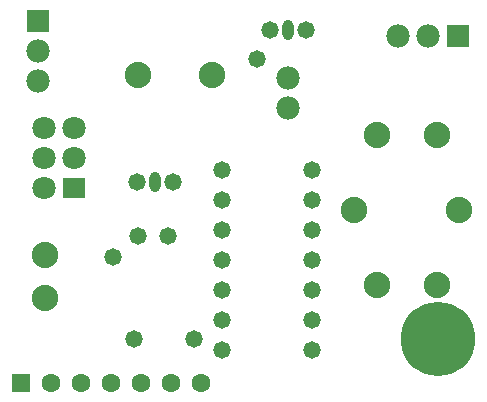
<source format=gbs>
G04 Layer_Color=16711935*
%FSLAX25Y25*%
%MOIN*%
G70*
G01*
G75*
%ADD29C,0.05800*%
%ADD30O,0.03800X0.06800*%
%ADD31C,0.07800*%
%ADD32C,0.06300*%
%ADD33R,0.06300X0.06300*%
%ADD34C,0.24800*%
%ADD35C,0.08800*%
%ADD36O,0.07800X0.07300*%
%ADD37R,0.07800X0.06800*%
%ADD38R,0.07800X0.07800*%
%ADD39R,0.07800X0.07800*%
D29*
X90500Y-11500D02*
D03*
X102500D02*
D03*
X74500Y-118000D02*
D03*
Y-108000D02*
D03*
X104500D02*
D03*
X74500Y-98000D02*
D03*
Y-88000D02*
D03*
Y-78000D02*
D03*
Y-68000D02*
D03*
Y-58000D02*
D03*
X104500D02*
D03*
Y-68000D02*
D03*
Y-78000D02*
D03*
Y-88000D02*
D03*
Y-98000D02*
D03*
Y-118000D02*
D03*
X56500Y-80000D02*
D03*
X46500D02*
D03*
X65000Y-114500D02*
D03*
X45000D02*
D03*
X58000Y-62000D02*
D03*
X46000D02*
D03*
X38000Y-87000D02*
D03*
X86000Y-21000D02*
D03*
D30*
X96500Y-11500D02*
D03*
X52000Y-62000D02*
D03*
D31*
X96500Y-27500D02*
D03*
Y-37500D02*
D03*
X133000Y-13500D02*
D03*
X143000D02*
D03*
X13000Y-18500D02*
D03*
Y-28500D02*
D03*
D32*
X67500Y-129000D02*
D03*
X57500D02*
D03*
X47500D02*
D03*
X37500D02*
D03*
X27500D02*
D03*
X17500D02*
D03*
D33*
X7500D02*
D03*
D34*
X146500Y-114500D02*
D03*
D35*
X146000Y-46500D02*
D03*
X126000D02*
D03*
X146000Y-96500D02*
D03*
X126000D02*
D03*
X118500Y-71500D02*
D03*
X153500D02*
D03*
X15500Y-100600D02*
D03*
Y-86500D02*
D03*
X71000Y-26500D02*
D03*
X46500D02*
D03*
D36*
X25000Y-44000D02*
D03*
Y-54000D02*
D03*
X15000Y-44000D02*
D03*
Y-54000D02*
D03*
Y-64000D02*
D03*
D37*
X25000D02*
D03*
D38*
X153000Y-13500D02*
D03*
D39*
X13000Y-8500D02*
D03*
M02*

</source>
